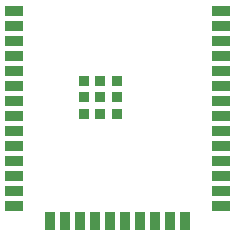
<source format=gbr>
%TF.GenerationSoftware,KiCad,Pcbnew,9.0.7*%
%TF.CreationDate,2026-02-12T01:51:18+01:00*%
%TF.ProjectId,ESP_catphones,4553505f-6361-4747-9068-6f6e65732e6b,rev?*%
%TF.SameCoordinates,Original*%
%TF.FileFunction,Paste,Top*%
%TF.FilePolarity,Positive*%
%FSLAX46Y46*%
G04 Gerber Fmt 4.6, Leading zero omitted, Abs format (unit mm)*
G04 Created by KiCad (PCBNEW 9.0.7) date 2026-02-12 01:51:18*
%MOMM*%
%LPD*%
G01*
G04 APERTURE LIST*
%ADD10R,0.900000X0.900000*%
%ADD11R,1.500000X0.900000*%
%ADD12R,0.900000X1.500000*%
G04 APERTURE END LIST*
D10*
%TO.C,U1*%
X26800000Y-25800000D03*
X26800000Y-24400000D03*
X26800000Y-23000000D03*
X25400000Y-25800000D03*
X25400000Y-24400000D03*
X25400000Y-23000000D03*
X24000000Y-25800000D03*
X24000000Y-24400000D03*
X24000000Y-23000000D03*
D11*
X35650000Y-17060000D03*
X35650000Y-18330000D03*
X35650000Y-19600000D03*
X35650000Y-20870000D03*
X35650000Y-22140000D03*
X35650000Y-23410000D03*
X35650000Y-24680000D03*
X35650000Y-25950000D03*
X35650000Y-27220000D03*
X35650000Y-28490000D03*
X35650000Y-29760000D03*
X35650000Y-31030000D03*
X35650000Y-32300000D03*
X35650000Y-33570000D03*
D12*
X32615000Y-34820000D03*
X31345000Y-34820000D03*
X30075000Y-34820000D03*
X28805000Y-34820000D03*
X27535000Y-34820000D03*
X26265000Y-34820000D03*
X24995000Y-34820000D03*
X23725000Y-34820000D03*
X22455000Y-34820000D03*
X21185000Y-34820000D03*
D11*
X18150000Y-33570000D03*
X18150000Y-32300000D03*
X18150000Y-31030000D03*
X18150000Y-29760000D03*
X18150000Y-28490000D03*
X18150000Y-27220000D03*
X18150000Y-25950000D03*
X18150000Y-24680000D03*
X18150000Y-23410000D03*
X18150000Y-22140000D03*
X18150000Y-20870000D03*
X18150000Y-19600000D03*
X18150000Y-18330000D03*
X18150000Y-17060000D03*
%TD*%
M02*

</source>
